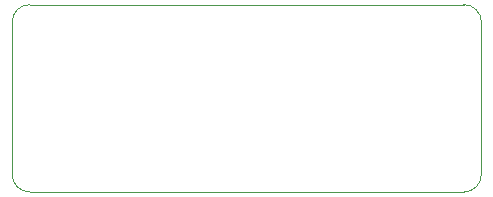
<source format=gm1>
G04 #@! TF.GenerationSoftware,KiCad,Pcbnew,(5.1.9)-1*
G04 #@! TF.CreationDate,2021-12-21T22:01:16-05:00*
G04 #@! TF.ProjectId,backplane-rbf,6261636b-706c-4616-9e65-2d7262662e6b,rev?*
G04 #@! TF.SameCoordinates,Original*
G04 #@! TF.FileFunction,Profile,NP*
%FSLAX46Y46*%
G04 Gerber Fmt 4.6, Leading zero omitted, Abs format (unit mm)*
G04 Created by KiCad (PCBNEW (5.1.9)-1) date 2021-12-21 22:01:16*
%MOMM*%
%LPD*%
G01*
G04 APERTURE LIST*
G04 #@! TA.AperFunction,Profile*
%ADD10C,0.050000*%
G04 #@! TD*
G04 APERTURE END LIST*
D10*
X121630000Y-88130000D02*
G75*
G03*
X120130000Y-89630000I0J-1500000D01*
G01*
X121630000Y-104000000D02*
G75*
G02*
X120130000Y-102500000I0J1500000D01*
G01*
X158370000Y-104000000D02*
G75*
G03*
X159870000Y-102500000I0J1500000D01*
G01*
X159870000Y-102500000D02*
X159870000Y-89630000D01*
X158370000Y-88130000D02*
G75*
G02*
X159870000Y-89630000I0J-1500000D01*
G01*
X120130000Y-102500000D02*
X120130000Y-89630000D01*
X158370000Y-88130000D02*
X121630000Y-88130000D01*
X158370000Y-104000000D02*
X121630000Y-104000000D01*
M02*

</source>
